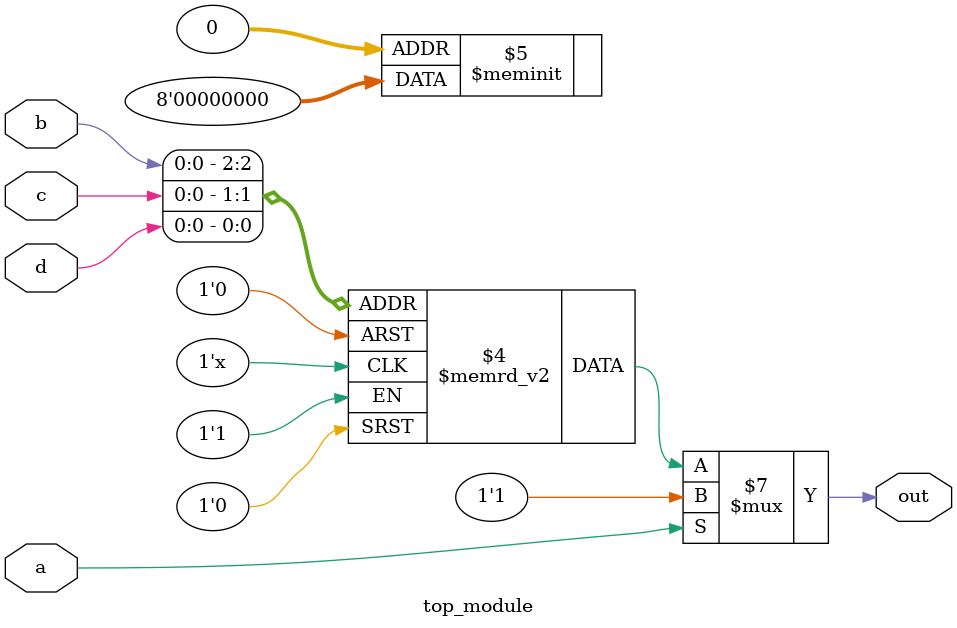
<source format=sv>
module top_module (
    input a, 
    input b,
    input c,
    input d,
    output reg out
);

    always @* begin
        case({a, b, c, d})
            4'b0000, 4'b0001, 4'b0010, 4'b0011, 4'b0100, 4'b0101, 4'b0110, 4'b0111: out = 1'b0;
            default: out = 1'b1;
        endcase
    end
endmodule

</source>
